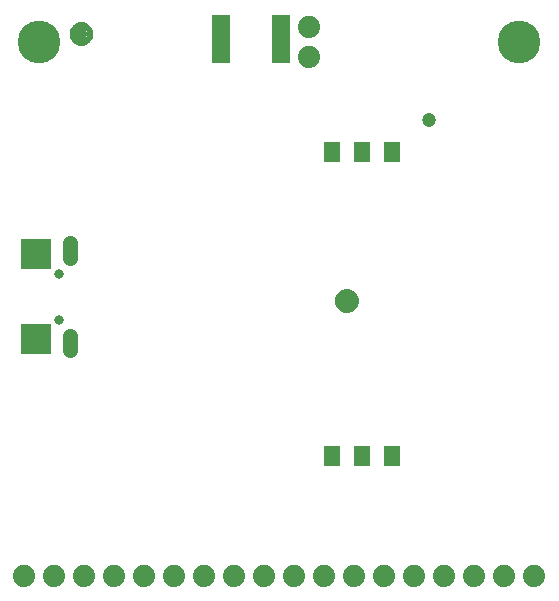
<source format=gbr>
G04 EAGLE Gerber X2 export*
%TF.Part,Single*%
%TF.FileFunction,Soldermask,Bot,1*%
%TF.FilePolarity,Negative*%
%TF.GenerationSoftware,Autodesk,EAGLE,9.1.0*%
%TF.CreationDate,2018-08-24T06:26:27Z*%
G75*
%MOMM*%
%FSLAX34Y34*%
%LPD*%
%AMOC8*
5,1,8,0,0,1.08239X$1,22.5*%
G01*
%ADD10C,0.801600*%
%ADD11R,2.601600X2.601600*%
%ADD12C,1.309600*%
%ADD13C,3.617600*%
%ADD14R,1.401600X1.801600*%
%ADD15C,1.201600*%
%ADD16R,1.625600X4.165600*%
%ADD17C,1.101600*%
%ADD18C,0.500000*%
%ADD19C,1.879600*%


D10*
X41910Y273500D03*
X41910Y234500D03*
D11*
X22910Y218000D03*
X22910Y290000D03*
D12*
X50910Y287000D02*
X50910Y299080D01*
X50910Y221000D02*
X50910Y208920D01*
D13*
X431800Y469900D03*
X25400Y469900D03*
D14*
X323630Y376150D03*
X298230Y376150D03*
X272830Y376150D03*
X272830Y119150D03*
X298230Y119150D03*
X323630Y119150D03*
D15*
X355600Y403860D03*
D16*
X229870Y472440D03*
X179070Y472440D03*
D17*
X60960Y476250D03*
D18*
X68460Y476250D02*
X68458Y476431D01*
X68451Y476612D01*
X68440Y476793D01*
X68425Y476974D01*
X68405Y477154D01*
X68381Y477334D01*
X68353Y477513D01*
X68320Y477691D01*
X68283Y477868D01*
X68242Y478045D01*
X68197Y478220D01*
X68147Y478395D01*
X68093Y478568D01*
X68035Y478739D01*
X67973Y478910D01*
X67906Y479078D01*
X67836Y479245D01*
X67762Y479411D01*
X67683Y479574D01*
X67601Y479735D01*
X67515Y479895D01*
X67425Y480052D01*
X67331Y480207D01*
X67234Y480360D01*
X67132Y480510D01*
X67028Y480658D01*
X66919Y480804D01*
X66808Y480946D01*
X66692Y481086D01*
X66574Y481223D01*
X66452Y481358D01*
X66327Y481489D01*
X66199Y481617D01*
X66068Y481742D01*
X65933Y481864D01*
X65796Y481982D01*
X65656Y482098D01*
X65514Y482209D01*
X65368Y482318D01*
X65220Y482422D01*
X65070Y482524D01*
X64917Y482621D01*
X64762Y482715D01*
X64605Y482805D01*
X64445Y482891D01*
X64284Y482973D01*
X64121Y483052D01*
X63955Y483126D01*
X63788Y483196D01*
X63620Y483263D01*
X63449Y483325D01*
X63278Y483383D01*
X63105Y483437D01*
X62930Y483487D01*
X62755Y483532D01*
X62578Y483573D01*
X62401Y483610D01*
X62223Y483643D01*
X62044Y483671D01*
X61864Y483695D01*
X61684Y483715D01*
X61503Y483730D01*
X61322Y483741D01*
X61141Y483748D01*
X60960Y483750D01*
X60779Y483748D01*
X60598Y483741D01*
X60417Y483730D01*
X60236Y483715D01*
X60056Y483695D01*
X59876Y483671D01*
X59697Y483643D01*
X59519Y483610D01*
X59342Y483573D01*
X59165Y483532D01*
X58990Y483487D01*
X58815Y483437D01*
X58642Y483383D01*
X58471Y483325D01*
X58300Y483263D01*
X58132Y483196D01*
X57965Y483126D01*
X57799Y483052D01*
X57636Y482973D01*
X57475Y482891D01*
X57315Y482805D01*
X57158Y482715D01*
X57003Y482621D01*
X56850Y482524D01*
X56700Y482422D01*
X56552Y482318D01*
X56406Y482209D01*
X56264Y482098D01*
X56124Y481982D01*
X55987Y481864D01*
X55852Y481742D01*
X55721Y481617D01*
X55593Y481489D01*
X55468Y481358D01*
X55346Y481223D01*
X55228Y481086D01*
X55112Y480946D01*
X55001Y480804D01*
X54892Y480658D01*
X54788Y480510D01*
X54686Y480360D01*
X54589Y480207D01*
X54495Y480052D01*
X54405Y479895D01*
X54319Y479735D01*
X54237Y479574D01*
X54158Y479411D01*
X54084Y479245D01*
X54014Y479078D01*
X53947Y478910D01*
X53885Y478739D01*
X53827Y478568D01*
X53773Y478395D01*
X53723Y478220D01*
X53678Y478045D01*
X53637Y477868D01*
X53600Y477691D01*
X53567Y477513D01*
X53539Y477334D01*
X53515Y477154D01*
X53495Y476974D01*
X53480Y476793D01*
X53469Y476612D01*
X53462Y476431D01*
X53460Y476250D01*
X53462Y476069D01*
X53469Y475888D01*
X53480Y475707D01*
X53495Y475526D01*
X53515Y475346D01*
X53539Y475166D01*
X53567Y474987D01*
X53600Y474809D01*
X53637Y474632D01*
X53678Y474455D01*
X53723Y474280D01*
X53773Y474105D01*
X53827Y473932D01*
X53885Y473761D01*
X53947Y473590D01*
X54014Y473422D01*
X54084Y473255D01*
X54158Y473089D01*
X54237Y472926D01*
X54319Y472765D01*
X54405Y472605D01*
X54495Y472448D01*
X54589Y472293D01*
X54686Y472140D01*
X54788Y471990D01*
X54892Y471842D01*
X55001Y471696D01*
X55112Y471554D01*
X55228Y471414D01*
X55346Y471277D01*
X55468Y471142D01*
X55593Y471011D01*
X55721Y470883D01*
X55852Y470758D01*
X55987Y470636D01*
X56124Y470518D01*
X56264Y470402D01*
X56406Y470291D01*
X56552Y470182D01*
X56700Y470078D01*
X56850Y469976D01*
X57003Y469879D01*
X57158Y469785D01*
X57315Y469695D01*
X57475Y469609D01*
X57636Y469527D01*
X57799Y469448D01*
X57965Y469374D01*
X58132Y469304D01*
X58300Y469237D01*
X58471Y469175D01*
X58642Y469117D01*
X58815Y469063D01*
X58990Y469013D01*
X59165Y468968D01*
X59342Y468927D01*
X59519Y468890D01*
X59697Y468857D01*
X59876Y468829D01*
X60056Y468805D01*
X60236Y468785D01*
X60417Y468770D01*
X60598Y468759D01*
X60779Y468752D01*
X60960Y468750D01*
X61141Y468752D01*
X61322Y468759D01*
X61503Y468770D01*
X61684Y468785D01*
X61864Y468805D01*
X62044Y468829D01*
X62223Y468857D01*
X62401Y468890D01*
X62578Y468927D01*
X62755Y468968D01*
X62930Y469013D01*
X63105Y469063D01*
X63278Y469117D01*
X63449Y469175D01*
X63620Y469237D01*
X63788Y469304D01*
X63955Y469374D01*
X64121Y469448D01*
X64284Y469527D01*
X64445Y469609D01*
X64605Y469695D01*
X64762Y469785D01*
X64917Y469879D01*
X65070Y469976D01*
X65220Y470078D01*
X65368Y470182D01*
X65514Y470291D01*
X65656Y470402D01*
X65796Y470518D01*
X65933Y470636D01*
X66068Y470758D01*
X66199Y470883D01*
X66327Y471011D01*
X66452Y471142D01*
X66574Y471277D01*
X66692Y471414D01*
X66808Y471554D01*
X66919Y471696D01*
X67028Y471842D01*
X67132Y471990D01*
X67234Y472140D01*
X67331Y472293D01*
X67425Y472448D01*
X67515Y472605D01*
X67601Y472765D01*
X67683Y472926D01*
X67762Y473089D01*
X67836Y473255D01*
X67906Y473422D01*
X67973Y473590D01*
X68035Y473761D01*
X68093Y473932D01*
X68147Y474105D01*
X68197Y474280D01*
X68242Y474455D01*
X68283Y474632D01*
X68320Y474809D01*
X68353Y474987D01*
X68381Y475166D01*
X68405Y475346D01*
X68425Y475526D01*
X68440Y475707D01*
X68451Y475888D01*
X68458Y476069D01*
X68460Y476250D01*
D17*
X285750Y250190D03*
D18*
X293250Y250190D02*
X293248Y250371D01*
X293241Y250552D01*
X293230Y250733D01*
X293215Y250914D01*
X293195Y251094D01*
X293171Y251274D01*
X293143Y251453D01*
X293110Y251631D01*
X293073Y251808D01*
X293032Y251985D01*
X292987Y252160D01*
X292937Y252335D01*
X292883Y252508D01*
X292825Y252679D01*
X292763Y252850D01*
X292696Y253018D01*
X292626Y253185D01*
X292552Y253351D01*
X292473Y253514D01*
X292391Y253675D01*
X292305Y253835D01*
X292215Y253992D01*
X292121Y254147D01*
X292024Y254300D01*
X291922Y254450D01*
X291818Y254598D01*
X291709Y254744D01*
X291598Y254886D01*
X291482Y255026D01*
X291364Y255163D01*
X291242Y255298D01*
X291117Y255429D01*
X290989Y255557D01*
X290858Y255682D01*
X290723Y255804D01*
X290586Y255922D01*
X290446Y256038D01*
X290304Y256149D01*
X290158Y256258D01*
X290010Y256362D01*
X289860Y256464D01*
X289707Y256561D01*
X289552Y256655D01*
X289395Y256745D01*
X289235Y256831D01*
X289074Y256913D01*
X288911Y256992D01*
X288745Y257066D01*
X288578Y257136D01*
X288410Y257203D01*
X288239Y257265D01*
X288068Y257323D01*
X287895Y257377D01*
X287720Y257427D01*
X287545Y257472D01*
X287368Y257513D01*
X287191Y257550D01*
X287013Y257583D01*
X286834Y257611D01*
X286654Y257635D01*
X286474Y257655D01*
X286293Y257670D01*
X286112Y257681D01*
X285931Y257688D01*
X285750Y257690D01*
X285569Y257688D01*
X285388Y257681D01*
X285207Y257670D01*
X285026Y257655D01*
X284846Y257635D01*
X284666Y257611D01*
X284487Y257583D01*
X284309Y257550D01*
X284132Y257513D01*
X283955Y257472D01*
X283780Y257427D01*
X283605Y257377D01*
X283432Y257323D01*
X283261Y257265D01*
X283090Y257203D01*
X282922Y257136D01*
X282755Y257066D01*
X282589Y256992D01*
X282426Y256913D01*
X282265Y256831D01*
X282105Y256745D01*
X281948Y256655D01*
X281793Y256561D01*
X281640Y256464D01*
X281490Y256362D01*
X281342Y256258D01*
X281196Y256149D01*
X281054Y256038D01*
X280914Y255922D01*
X280777Y255804D01*
X280642Y255682D01*
X280511Y255557D01*
X280383Y255429D01*
X280258Y255298D01*
X280136Y255163D01*
X280018Y255026D01*
X279902Y254886D01*
X279791Y254744D01*
X279682Y254598D01*
X279578Y254450D01*
X279476Y254300D01*
X279379Y254147D01*
X279285Y253992D01*
X279195Y253835D01*
X279109Y253675D01*
X279027Y253514D01*
X278948Y253351D01*
X278874Y253185D01*
X278804Y253018D01*
X278737Y252850D01*
X278675Y252679D01*
X278617Y252508D01*
X278563Y252335D01*
X278513Y252160D01*
X278468Y251985D01*
X278427Y251808D01*
X278390Y251631D01*
X278357Y251453D01*
X278329Y251274D01*
X278305Y251094D01*
X278285Y250914D01*
X278270Y250733D01*
X278259Y250552D01*
X278252Y250371D01*
X278250Y250190D01*
X278252Y250009D01*
X278259Y249828D01*
X278270Y249647D01*
X278285Y249466D01*
X278305Y249286D01*
X278329Y249106D01*
X278357Y248927D01*
X278390Y248749D01*
X278427Y248572D01*
X278468Y248395D01*
X278513Y248220D01*
X278563Y248045D01*
X278617Y247872D01*
X278675Y247701D01*
X278737Y247530D01*
X278804Y247362D01*
X278874Y247195D01*
X278948Y247029D01*
X279027Y246866D01*
X279109Y246705D01*
X279195Y246545D01*
X279285Y246388D01*
X279379Y246233D01*
X279476Y246080D01*
X279578Y245930D01*
X279682Y245782D01*
X279791Y245636D01*
X279902Y245494D01*
X280018Y245354D01*
X280136Y245217D01*
X280258Y245082D01*
X280383Y244951D01*
X280511Y244823D01*
X280642Y244698D01*
X280777Y244576D01*
X280914Y244458D01*
X281054Y244342D01*
X281196Y244231D01*
X281342Y244122D01*
X281490Y244018D01*
X281640Y243916D01*
X281793Y243819D01*
X281948Y243725D01*
X282105Y243635D01*
X282265Y243549D01*
X282426Y243467D01*
X282589Y243388D01*
X282755Y243314D01*
X282922Y243244D01*
X283090Y243177D01*
X283261Y243115D01*
X283432Y243057D01*
X283605Y243003D01*
X283780Y242953D01*
X283955Y242908D01*
X284132Y242867D01*
X284309Y242830D01*
X284487Y242797D01*
X284666Y242769D01*
X284846Y242745D01*
X285026Y242725D01*
X285207Y242710D01*
X285388Y242699D01*
X285569Y242692D01*
X285750Y242690D01*
X285931Y242692D01*
X286112Y242699D01*
X286293Y242710D01*
X286474Y242725D01*
X286654Y242745D01*
X286834Y242769D01*
X287013Y242797D01*
X287191Y242830D01*
X287368Y242867D01*
X287545Y242908D01*
X287720Y242953D01*
X287895Y243003D01*
X288068Y243057D01*
X288239Y243115D01*
X288410Y243177D01*
X288578Y243244D01*
X288745Y243314D01*
X288911Y243388D01*
X289074Y243467D01*
X289235Y243549D01*
X289395Y243635D01*
X289552Y243725D01*
X289707Y243819D01*
X289860Y243916D01*
X290010Y244018D01*
X290158Y244122D01*
X290304Y244231D01*
X290446Y244342D01*
X290586Y244458D01*
X290723Y244576D01*
X290858Y244698D01*
X290989Y244823D01*
X291117Y244951D01*
X291242Y245082D01*
X291364Y245217D01*
X291482Y245354D01*
X291598Y245494D01*
X291709Y245636D01*
X291818Y245782D01*
X291922Y245930D01*
X292024Y246080D01*
X292121Y246233D01*
X292215Y246388D01*
X292305Y246545D01*
X292391Y246705D01*
X292473Y246866D01*
X292552Y247029D01*
X292626Y247195D01*
X292696Y247362D01*
X292763Y247530D01*
X292825Y247701D01*
X292883Y247872D01*
X292937Y248045D01*
X292987Y248220D01*
X293032Y248395D01*
X293073Y248572D01*
X293110Y248749D01*
X293143Y248927D01*
X293171Y249106D01*
X293195Y249286D01*
X293215Y249466D01*
X293230Y249647D01*
X293241Y249828D01*
X293248Y250009D01*
X293250Y250190D01*
D19*
X12700Y17780D03*
X38100Y17780D03*
X63500Y17780D03*
X88900Y17780D03*
X114300Y17780D03*
X139700Y17780D03*
X165100Y17780D03*
X190500Y17780D03*
X215900Y17780D03*
X241300Y17780D03*
X266700Y17780D03*
X292100Y17780D03*
X317500Y17780D03*
X342900Y17780D03*
X368300Y17780D03*
X393700Y17780D03*
X419100Y17780D03*
X444500Y17780D03*
X254000Y482600D03*
X254000Y457200D03*
M02*

</source>
